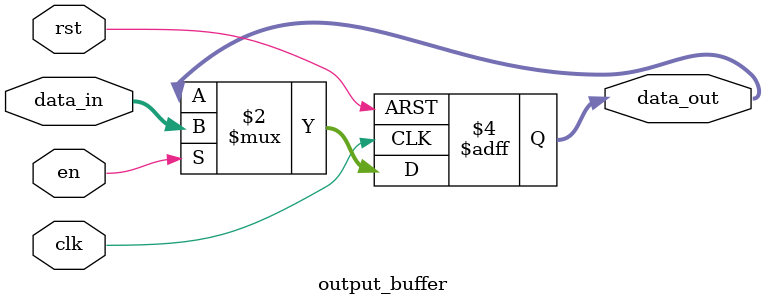
<source format=sv>
module output_buffer(
    input logic clk,
    input logic rst,
    input logic [15:0] data_in,
    input logic en,
    output logic [15:0] data_out
);
    always_ff @(posedge clk or posedge rst) begin
        if (rst)
            data_out <= 16'b0;
        else if (en)
            data_out <= data_in;
    end
endmodule
</source>
